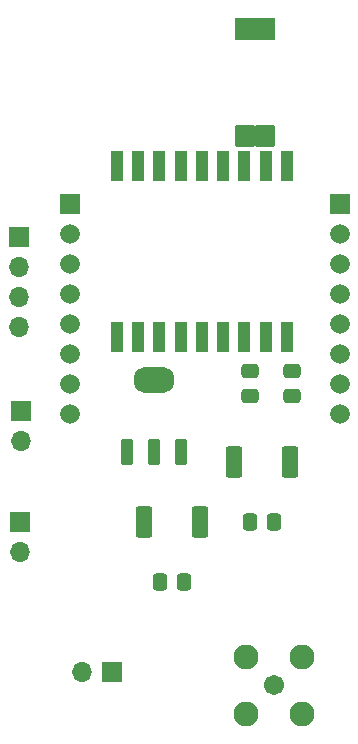
<source format=gbr>
%TF.GenerationSoftware,KiCad,Pcbnew,7.0.11-2.fc39*%
%TF.CreationDate,2024-04-30T19:09:02-04:00*%
%TF.ProjectId,OS42Mini,4f533432-4d69-46e6-992e-6b696361645f,rev?*%
%TF.SameCoordinates,Original*%
%TF.FileFunction,Soldermask,Top*%
%TF.FilePolarity,Negative*%
%FSLAX46Y46*%
G04 Gerber Fmt 4.6, Leading zero omitted, Abs format (unit mm)*
G04 Created by KiCad (PCBNEW 7.0.11-2.fc39) date 2024-04-30 19:09:02*
%MOMM*%
%LPD*%
G01*
G04 APERTURE LIST*
G04 Aperture macros list*
%AMRoundRect*
0 Rectangle with rounded corners*
0 $1 Rounding radius*
0 $2 $3 $4 $5 $6 $7 $8 $9 X,Y pos of 4 corners*
0 Add a 4 corners polygon primitive as box body*
4,1,4,$2,$3,$4,$5,$6,$7,$8,$9,$2,$3,0*
0 Add four circle primitives for the rounded corners*
1,1,$1+$1,$2,$3*
1,1,$1+$1,$4,$5*
1,1,$1+$1,$6,$7*
1,1,$1+$1,$8,$9*
0 Add four rect primitives between the rounded corners*
20,1,$1+$1,$2,$3,$4,$5,0*
20,1,$1+$1,$4,$5,$6,$7,0*
20,1,$1+$1,$6,$7,$8,$9,0*
20,1,$1+$1,$8,$9,$2,$3,0*%
G04 Aperture macros list end*
%ADD10C,1.665000*%
%ADD11R,1.665000X1.665000*%
%ADD12R,1.000000X2.600000*%
%ADD13RoundRect,0.102000X-0.725000X-0.850000X0.725000X-0.850000X0.725000X0.850000X-0.725000X0.850000X0*%
%ADD14RoundRect,0.102000X-1.600000X-0.850000X1.600000X-0.850000X1.600000X0.850000X-1.600000X0.850000X0*%
%ADD15RoundRect,0.250000X-0.337500X-0.475000X0.337500X-0.475000X0.337500X0.475000X-0.337500X0.475000X0*%
%ADD16RoundRect,0.250000X0.475000X-0.337500X0.475000X0.337500X-0.475000X0.337500X-0.475000X-0.337500X0*%
%ADD17R,1.700000X1.700000*%
%ADD18O,1.700000X1.700000*%
%ADD19RoundRect,0.120340X0.426660X-0.966660X0.426660X0.966660X-0.426660X0.966660X-0.426660X-0.966660X0*%
%ADD20RoundRect,0.869600X0.827400X-0.217400X0.827400X0.217400X-0.827400X0.217400X-0.827400X-0.217400X0*%
%ADD21RoundRect,0.249999X-0.450001X-1.075001X0.450001X-1.075001X0.450001X1.075001X-0.450001X1.075001X0*%
%ADD22C,1.712000*%
%ADD23C,2.124000*%
G04 APERTURE END LIST*
D10*
%TO.C,IC1*%
X138684000Y-107696000D03*
X138684000Y-105156000D03*
X138684000Y-102616000D03*
X138684000Y-100076000D03*
X138684000Y-97536000D03*
X138684000Y-94996000D03*
X138684000Y-92456000D03*
D11*
X138684000Y-89916000D03*
X161544000Y-89916000D03*
D10*
X161544000Y-92456000D03*
X161544000Y-94996000D03*
X161544000Y-97536000D03*
X161544000Y-100076000D03*
X161544000Y-102616000D03*
X161544000Y-105156000D03*
X161544000Y-107696000D03*
%TD*%
D12*
%TO.C,U1*%
X142660000Y-101230000D03*
X144460000Y-101230000D03*
X146260000Y-101230000D03*
X148060000Y-101230000D03*
X149860000Y-101230000D03*
X151660000Y-101230000D03*
X153460000Y-101230000D03*
X155260000Y-101230000D03*
X157060000Y-101230000D03*
X157060000Y-86730000D03*
X155260000Y-86730000D03*
X153460000Y-86730000D03*
X151660000Y-86730000D03*
X149860000Y-86730000D03*
X148060000Y-86730000D03*
X146260000Y-86730000D03*
X144460000Y-86730000D03*
X142660000Y-86730000D03*
%TD*%
D13*
%TO.C,E1*%
X155242200Y-84201000D03*
X153492200Y-84201000D03*
D14*
X154367200Y-75101000D03*
%TD*%
D15*
%TO.C,C1*%
X153902500Y-116840000D03*
X155977500Y-116840000D03*
%TD*%
D16*
%TO.C,C3*%
X153924000Y-106193500D03*
X153924000Y-104118500D03*
%TD*%
D17*
%TO.C,PRG*%
X134340200Y-92720000D03*
D18*
X134340200Y-95260000D03*
X134340200Y-97800000D03*
X134340200Y-100340000D03*
%TD*%
D19*
%TO.C,U3*%
X143496000Y-110924200D03*
X145796000Y-110924200D03*
X148096000Y-110924200D03*
D20*
X145796000Y-104874200D03*
%TD*%
D21*
%TO.C,R2*%
X144920000Y-116840000D03*
X149720000Y-116840000D03*
%TD*%
%TO.C,R1*%
X152540000Y-111760000D03*
X157340000Y-111760000D03*
%TD*%
D16*
%TO.C,C4*%
X157480000Y-106193500D03*
X157480000Y-104118500D03*
%TD*%
D22*
%TO.C,RF OUT*%
X155969000Y-130696000D03*
D23*
X153569000Y-128296000D03*
X153569000Y-133096000D03*
X158369000Y-133096000D03*
X158369000Y-128296000D03*
%TD*%
D17*
%TO.C,GF*%
X134442200Y-116840000D03*
D18*
X134442200Y-119380000D03*
%TD*%
D17*
%TO.C,EN*%
X134518000Y-107462000D03*
D18*
X134518000Y-110002000D03*
%TD*%
D15*
%TO.C,C2*%
X146282500Y-121920000D03*
X148357500Y-121920000D03*
%TD*%
D17*
%TO.C,J1*%
X142240000Y-129540000D03*
D18*
X139700000Y-129540000D03*
%TD*%
M02*

</source>
